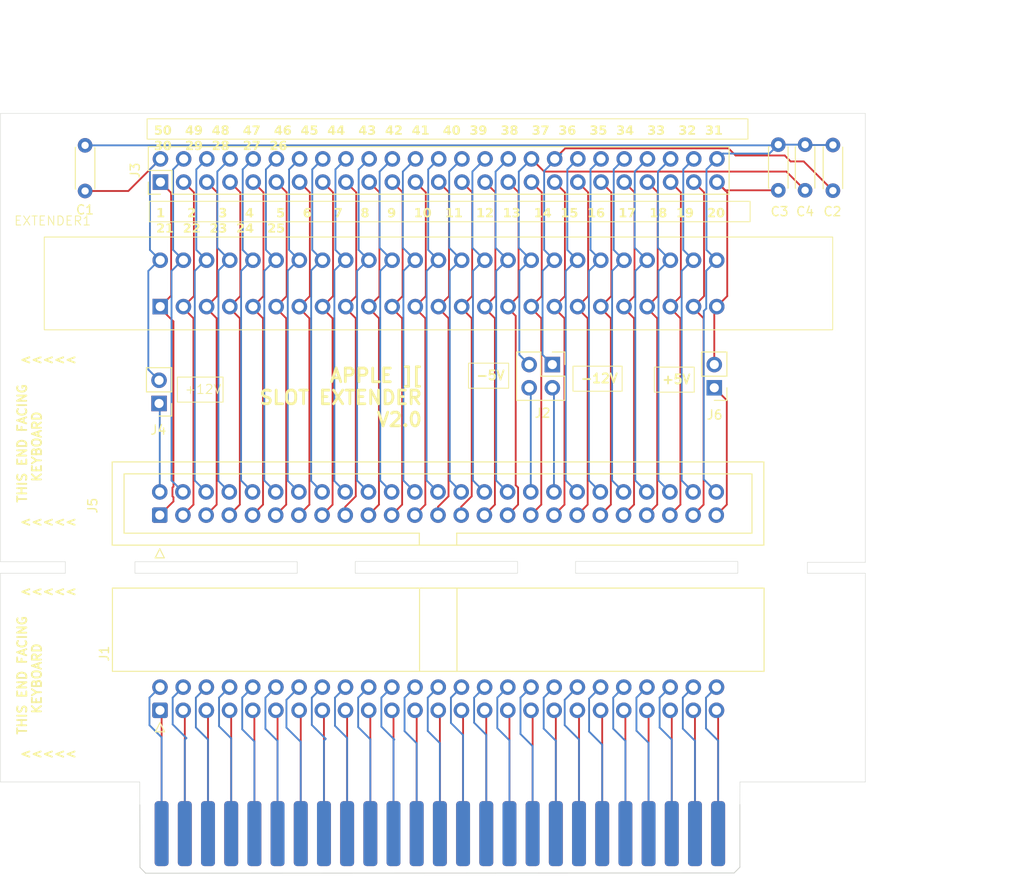
<source format=kicad_pcb>
(kicad_pcb (version 20241229) (generator "pcbnew") (generator_version "9.0")
  (title_block (comment 4 "AISLER Project ID: VNXTMURE"))
  (layers (0 "F.Cu" signal) (2 "B.Cu" signal) (13 "F.Paste" user) (15 "B.Paste" user) (5 "F.SilkS" user "F.Silkscreen") (7 "B.SilkS" user "B.Silkscreen") (1 "F.Mask" user) (3 "B.Mask" user) (25 "Edge.Cuts" user))
  (net 0 "")
  (net 1 "DMA_OUT")
  (net 2 "+12V")
  (net 3 "~{NMI}")
  (net 4 "RDY")
  (net 5 "NC1")
  (net 6 "Q3")
  (net 7 "A6")
  (net 8 "A0")
  (net 9 "D3")
  (net 10 "-12V")
  (net 11 "A14")
  (net 12 "A15")
  (net 13 "A13")
  (net 14 "D4")
  (net 15 "A1")
  (net 16 "~{IRQ}")
  (net 17 "A7")
  (net 18 "A12")
  (net 19 "-5V")
  (net 20 "+5V")
  (net 21 "IO_STROBE")
  (net 22 "PHASE_0")
  (net 23 "A5")
  (net 24 "R{slash}W")
  (net 25 "DMA")
  (net 26 "A10")
  (net 27 "PHASE_1")
  (net 28 "A11")
  (net 29 "A3")
  (net 30 "~{IOSEL}")
  (net 31 "USER_1")
  (net 32 "DMA_IN")
  (net 33 "NC")
  (net 34 "A4")
  (net 35 "D0")
  (net 36 "D1")
  (net 37 "D7")
  (net 38 "INT_IN")
  (net 39 "A9")
  (net 40 "D2")
  (net 41 "~{INH}")
  (net 42 "GND")
  (net 43 "~{DEVICE_SELECT}")
  (net 44 "~{RES}")
  (net 45 "A8")
  (net 46 "D5")
  (net 47 "INT_OUT")
  (net 48 "7M")
  (net 49 "D6")
  (net 50 "A2")
  (net 51 "Net-(J4-Pin_1)")
  (net 52 "Net-(J5-Pin_49)")
  (net 53 "Net-(J2-Pin_2)")
  (net 54 "Net-(J2-Pin_4)")
  (net 55 "E_A3")
  (net 56 "~{E_RES}")
  (net 57 "E_NC")
  (net 58 "E_A14")
  (net 59 "~{E_NMI}")
  (net 60 "E_USER_1")
  (net 61 "E_D5")
  (net 62 "E_RDY")
  (net 63 "E_D7")
  (net 64 "E_INT_OUT")
  (net 65 "E_-5V")
  (net 66 "E_A12")
  (net 67 "E_A0")
  (net 68 "E_A9")
  (net 69 "E_A5")
  (net 70 "~{E_IOSEL}")
  (net 71 "E_DMA_OUT")
  (net 72 "E_A1")
  (net 73 "E_A2")
  (net 74 "E_INT_IN")
  (net 75 "E_-12V")
  (net 76 "E_7M")
  (net 77 "E_D2")
  (net 78 "E_Q3")
  (net 79 "E_D0")
  (net 80 "E_DMA")
  (net 81 "E_A11")
  (net 82 "E_A10")
  (net 83 "E_+5V")
  (net 84 "E_PHASE_1")
  (net 85 "E_IO_STROBE")
  (net 86 "E_A6")
  (net 87 "E_D6")
  (net 88 "~{E_DEVICE_SELECT}")
  (net 89 "E_NC1")
  (net 90 "E_A15")
  (net 91 "E_DMA_IN")
  (net 92 "E_GND")
  (net 93 "E_D4")
  (net 94 "E_D3")
  (net 95 "E_A4")
  (net 96 "~{E_IRQ}")
  (net 97 "E_A13")
  (net 98 "E_D1")
  (net 99 "E_A8")
  (net 100 "E_+12V")
  (net 101 "~{E_INH}")
  (net 102 "E_R{slash}W")
  (net 103 "E_A7")
  (net 104 "E_PHASE_0")
  (footprint "6502_BP_Bus:AppleIIBus_Edge_65.70" (layer "F.Cu") (at 114.682 130.118)
    (property "Reference" "BUS1")
    (property "Value" "6502")
    (fp_line (start -32.85 3.7025) (end -32.8675 -3.1555) (stroke (width 0.1)) (layer "Edge.Cuts"))
    (fp_line (start -32.2325 4.3375) (end -32.85 3.7025) (stroke (width 0.1)) (layer "Edge.Cuts"))
    (fp_line (start 32.2325 4.3075) (end -32.2325 4.3375) (stroke (width 0.1)) (layer "Edge.Cuts"))
    (fp_line (start 32.2325 4.3075) (end 32.8675 3.6725) (stroke (width 0.1)) (layer "Edge.Cuts"))
    (fp_line (start 32.86 -3.179) (end 32.86 3.679) (stroke (width 0.1)) (layer "Edge.Cuts"))
  )
  (footprint "Capacitor_THT:C_Disc_D4.3mm_W1.9mm_P5.00mm" (layer "F.Cu") (at 157.734 54.69 -90)
    (property "Reference" "C2")
    (property "Value" "100nF" (hide yes))
  )
  (footprint "Capacitor_THT:C_Disc_D4.3mm_W1.9mm_P5.00mm" (layer "F.Cu") (at 154.686 54.65 -90)
    (property "Reference" "C3")
    (property "Value" "100nF" (hide yes))
  )
  (footprint "Connector_PinHeader_2.54mm:PinHeader_1x02_P2.54mm_Vertical" (layer "F.Cu") (at 83.92 83 180)
    (property "Reference" "J4")
    (property "Value" "Conn_01x02_Pin")
  )
  (footprint "Connector_IDC:IDC-Header_2x25_P2.54mm_Vertical" (layer "F.Cu") (at 83.9978 95.23 90)
    (property "Reference" "J5")
    (property "Value" "Conn_02x25_Odd_Even")
  )
  (footprint "6502_BP_Bus:BUS_6502_v1" (layer "F.Cu") (at 84.0486 72.39)
    (property "Reference" "EXTENDER1")
    (property "Value" "6502")
  )
  (footprint "Connector_IDC:IDC-Header_2x25_P2.54mm_Horizontal" (layer "F.Cu") (at 84.0232 116.6114 90)
    (property "Reference" "J1")
    (property "Value" "Conn_02x25_Odd_Even")
  )
  (footprint "Connector_PinHeader_2.54mm:PinHeader_1x02_P2.54mm_Vertical" (layer "F.Cu") (at 144.74 81.28 180)
    (property "Reference" "J6")
    (property "Value" "Conn_01x02_Pin")
  )
  (footprint "Capacitor_THT:C_Disc_D4.3mm_W1.9mm_P5.00mm" (layer "F.Cu") (at 75.819 54.7262 -90)
    (property "Reference" "C1")
    (property "Value" "100nF" (hide yes))
  )
  (footprint "6502_BP_Bus:PinSocket_2x25_P2.54mm_Vertical" (layer "F.Cu") (at 84.074 55.3702 90)
    (property "Reference" "J3")
    (property "Value" "Conn_02x25_Odd_Even")
  )
  (footprint "Connector_PinHeader_2.54mm:PinHeader_2x02_P2.54mm_Vertical" (layer "F.Cu") (at 127 78.74 -90)
    (property "Reference" "J2")
    (property "Value" "Conn_02x02_Odd_Even")
  )
  (footprint "Capacitor_THT:C_Disc_D4.3mm_W1.9mm_P5.00mm" (layer "F.Cu") (at 151.75 54.65 -90)
    (property "Reference" "C4")
    (property "Value" "100nF" (hide yes))
  )
  (gr_rect (start 105.41 100.3046) (end 123.19 101.6) (stroke (width 0.05)) (fill no) (layer "Edge.Cuts"))
  (gr_rect (start 81.28 100.33) (end 99.06 101.6) (stroke (width 0.05)) (fill no) (layer "Edge.Cuts"))
  (gr_line (start 81.811003 126.9625) (end 81.803932 124.459933) (stroke (width 0.05)) (layer "Edge.Cuts"))
  (gr_line (start 154.94 101.6) (end 161.29 101.6) (stroke (width 0.05)) (layer "Edge.Cuts"))
  (gr_line (start 73.66 101.6) (end 73.66 100.33) (stroke (width 0.05)) (layer "Edge.Cuts"))
  (gr_line (start 147.551412 124.46) (end 161.29 124.46) (stroke (width 0.05)) (layer "Edge.Cuts"))
  (gr_rect (start 129.54 100.3046) (end 147.32 101.6) (stroke (width 0.05)) (fill no) (layer "Edge.Cuts"))
  (gr_line (start 66.548 51.2318) (end 161.29 51.2318) (stroke (width 0.05)) (layer "Edge.Cuts"))
  (gr_line (start 66.548 124.46) (end 66.548 101.6) (stroke (width 0.05)) (layer "Edge.Cuts"))
  (gr_line (start 161.29 51.2318) (end 161.29 100.4062) (stroke (width 0.05)) (layer "Edge.Cuts"))
  (gr_line (start 161.292 101.6) (end 161.29 124.46) (stroke (width 0.05)) (layer "Edge.Cuts"))
  (gr_line (start 73.66 100.33) (end 66.548 100.33) (stroke (width 0.05)) (layer "Edge.Cuts"))
  (gr_line (start 147.542 126.939) (end 147.551412 124.46) (stroke (width 0.05)) (layer "Edge.Cuts"))
  (gr_line (start 66.548 100.33) (end 66.548 51.2318) (stroke (width 0.05)) (layer "Edge.Cuts"))
  (gr_line (start 66.548 101.6) (end 73.66 101.6) (stroke (width 0.05)) (layer "Edge.Cuts"))
  (gr_line (start 161.29 100.4062) (end 154.94 100.4062) (stroke (width 0.05)) (layer "Edge.Cuts"))
  (gr_line (start 81.803932 124.459933) (end 66.548 124.46) (stroke (width 0.05)) (layer "Edge.Cuts"))
  (gr_line (start 154.94 100.4062) (end 154.94 101.6) (stroke (width 0.05)) (layer "Edge.Cuts"))
  (gr_text "<<<<<" (at 68.58 96.52 0) (layer "F.SilkS") (effects (font (size 1 1) (thickness 0.2) (bold yes)) (justify left bottom)))
  (gr_text "<<<<<" (at 68.58 104.14 0) (layer "F.SilkS") (effects (font (size 1 1) (thickness 0.2) (bold yes)) (justify left bottom)))
  (gr_text "THIS END FACING\n   KEYBOARD" (at 71.12 93.98 90) (layer "F.SilkS") (effects (font (size 1 1) (thickness 0.2) (bold yes)) (justify left bottom)))
  (gr_text "THIS END FACING\n   KEYBOARD" (at 71.12 119.38 90) (layer "F.SilkS") (effects (font (size 1 1) (thickness 0.2) (bold yes)) (justify left bottom)))
  (gr_text "<<<<<" (at 68.58 121.92 0) (layer "F.SilkS") (effects (font (size 1 1) (thickness 0.2) (bold yes)) (justify left bottom)))
  (gr_text "<<<<<" (at 68.58 78.74 0) (layer "F.SilkS") (effects (font (size 1 1) (thickness 0.2) (bold yes)) (justify left bottom)))
  (gr_text "APPLE ][\nSLOT EXTENDER\nV2.0" (at 112.876 79.063 0) (layer "F.SilkS") (effects (font (size 1.5 1.5) (thickness 0.3) (bold yes)) (justify right top)))
  (gr_text_box "50   49  48   47   46  45  44   43  42  41   40  39   38   37  36   35  34   33   32  31  30   29  28   27  26" (start 82.6135 51.816) (end 148.4249 54.0512) (margins 0.8 0.8 0.8 0.8) (layer "F.SilkS") (effects (font (size 1 1) (thickness 0.2) (bold yes)) (justify left top)) (border yes) (stroke (width 0.1)))
  (gr_text_box "1     2     3    4     5    6     7    8    9    10   11   12  13   14  15  16   17   18  19   20   21  22  23  24   25" (start 82.8548 60.8584) (end 148.6662 63.0936) (margins 0.8 0.8 0.8 0.8) (layer "F.SilkS") (effects (font (size 1 1) (thickness 0.2) (bold yes)) (justify left top)) (border yes) (stroke (width 0.1)))
  (gr_text_box "+5V" (start 138.176 79.0194) (end 142.5448 81.7626) (margins 0.8 0.8 0.8 0.8) (layer "F.SilkS") (effects (font (size 1 1) (thickness 0.2) (bold yes)) (justify left top)) (border yes) (stroke (width 0.1)))
  (gr_text_box "-12V" (start 129.2606 78.9178) (end 134.6454 81.661) (margins 0.8 0.8 0.8 0.8) (layer "F.SilkS") (effects (font (size 1 1) (thickness 0.2) (bold yes)) (justify left top)) (border yes) (stroke (width 0.1)))
  (gr_text_box "+12V" (start 85.9282 80.1116) (end 90.932 82.8548) (margins 0.8 0.8 0.8 0.8) (layer "F.SilkS") (effects (font (size 1 1) (thickness 0.1)) (justify left top)) (border yes) (stroke (width 0.1)))
  (gr_text_box "-5V" (start 117.8179 78.5876) (end 122.2121 81.3308) (margins 0.8 0.8 0.8 0.8) (layer "F.SilkS") (effects (font (size 1 1) (thickness 0.2) (bold yes)) (justify left top)) (border yes) (stroke (width 0.1)))
  (segment (start 142.622 130.118) (end 142.622 116.7902) (width 0.2) (layer "F.Cu") (net 1))
  (segment (start 142.622 116.7902) (end 142.4432 116.6114) (width 0.2) (layer "F.Cu") (net 1))
  (segment (start 84.202 130.118) (end 84.202 119.574) (width 0.2) (layer "B.Cu") (net 2))
  (segment (start 84.202 119.574) (end 82.8722 118.2442) (width 0.2) (layer "B.Cu") (net 2))
  (segment (start 82.8722 118.2442) (end 82.8722 115.2224) (width 0.2) (layer "B.Cu") (net 2))
  (segment (start 82.8722 115.2224) (end 84.0232 114.0714) (width 0.2) (layer "B.Cu") (net 2))
  (segment (start 137.542 120.174) (end 136.2122 118.8442) (width 0.2) (layer "B.Cu") (net 3))
  (segment (start 136.2122 118.8442) (end 136.2122 115.2224) (width 0.2) (layer "B.Cu") (net 3))
  (segment (start 137.542 130.118) (end 137.542 120.174) (width 0.2) (layer "B.Cu") (net 3))
  (segment (start 136.2122 115.2224) (end 137.3632 114.0714) (width 0.2) (layer "B.Cu") (net 3))
  (segment (start 135.002 116.7902) (end 134.8232 116.6114) (width 0.2) (layer "F.Cu") (net 4))
  (segment (start 135.002 130.118) (end 135.002 116.7902) (width 0.2) (layer "F.Cu") (net 4))
  (segment (start 122.302 119.901) (end 120.9722 118.5712) (width 0.2) (layer "B.Cu") (net 5))
  (segment (start 120.9722 118.5712) (end 120.9722 115.2224) (width 0.2) (layer "B.Cu") (net 5))
  (segment (start 122.302 130.118) (end 122.302 119.901) (width 0.2) (layer "B.Cu") (net 5))
  (segment (start 120.9722 115.2224) (end 122.1232 114.0714) (width 0.2) (layer "B.Cu") (net 5))
  (segment (start 117.222 119.327) (end 115.8922 117.9972) (width 0.2) (layer "B.Cu") (net 6))
  (segment (start 115.8922 115.2224) (end 117.0432 114.0714) (width 0.2) (layer "B.Cu") (net 6))
  (segment (start 117.222 130.118) (end 117.222 119.327) (width 0.2) (layer "B.Cu") (net 6))
  (segment (start 115.8922 117.9972) (end 115.8922 115.2224) (width 0.2) (layer "B.Cu") (net 6))
  (segment (start 101.982 130.118) (end 101.982 116.7902) (width 0.2) (layer "F.Cu") (net 7))
  (segment (start 101.982 116.7902) (end 101.8032 116.6114) (width 0.2) (layer "F.Cu") (net 7))
  (segment (start 86.742 116.7902) (end 86.5632 116.6114) (width 0.2) (layer "F.Cu") (net 8))
  (segment (start 86.742 130.118) (end 86.742 116.7902) (width 0.2) (layer "F.Cu") (net 8))
  (segment (start 93.0322 118.6912) (end 93.0322 115.2224) (width 0.2) (layer "B.Cu") (net 9))
  (segment (start 93.0322 115.2224) (end 94.1832 114.0714) (width 0.2) (layer "B.Cu") (net 9))
  (segment (start 94.362 120.021) (end 93.0322 118.6912) (width 0.2) (layer "B.Cu") (net 9))
  (segment (start 94.362 130.118) (end 94.362 120.021) (width 0.2) (layer "B.Cu") (net 9))
  (segment (start 126.0522 118.6142) (end 126.0522 115.2224) (width 0.2) (layer "B.Cu") (net 10))
  (segment (start 127.382 119.944) (end 126.0522 118.6142) (width 0.2) (layer "B.Cu") (net 10))
  (segment (start 126.0522 115.2224) (end 127.2032 114.0714) (width 0.2) (layer "B.Cu") (net 10))
  (segment (start 127.382 130.118) (end 127.382 119.944) (width 0.2) (layer "B.Cu") (net 10))
  (segment (start 122.302 116.7902) (end 122.1232 116.6114) (width 0.2) (layer "F.Cu") (net 11))
  (segment (start 122.302 130.118) (end 122.302 116.7902) (width 0.2) (layer "F.Cu") (net 11))
  (segment (start 124.842 130.118) (end 124.842 116.7902) (width 0.2) (layer "F.Cu") (net 12))
  (segment (start 124.842 116.7902) (end 124.6632 116.6114) (width 0.2) (layer "F.Cu") (net 12))
  (segment (start 119.762 116.7902) (end 119.5832 116.6114) (width 0.2) (layer "F.Cu") (net 13))
  (segment (start 119.762 130.118) (end 119.762 116.7902) (width 0.2) (layer "F.Cu") (net 13))
  (segment (start 95.5722 115.2224) (end 96.7232 114.0714) (width 0.2) (layer "B.Cu") (net 14))
  (segment (start 96.902 119.966) (end 95.5722 118.6362) (width 0.2) (layer "B.Cu") (net 14))
  (segment (start 95.5722 118.6362) (end 95.5722 115.2224) (width 0.2) (layer "B.Cu") (net 14))
  (segment (start 96.902 130.118) (end 96.902 119.966) (width 0.2) (layer "B.Cu") (net 14))
  (segment (start 89.282 130.118) (end 89.282 116.7902) (width 0.2) (layer "F.Cu") (net 15))
  (segment (start 89.282 116.7902) (end 89.1032 116.6114) (width 0.2) (layer "F.Cu") (net 15))
  (segment (start 135.002 130.118) (end 135.002 119.958) (width 0.2) (layer "B.Cu") (net 16))
  (segment (start 133.6722 115.2224) (end 134.8232 114.0714) (width 0.2) (layer "B.Cu") (net 16))
  (segment (start 133.6722 118.6282) (end 133.6722 115.2224) (width 0.2) (layer "B.Cu") (net 16))
  (segment (start 135.002 119.958) (end 133.6722 118.6282) (width 0.2) (layer "B.Cu") (net 16))
  (segment (start 104.522 130.118) (end 104.522 116.7902) (width 0.2) (layer "F.Cu") (net 17))
  (segment (start 104.522 116.7902) (end 104.3432 116.6114) (width 0.2) (layer "F.Cu") (net 17))
  (segment (start 117.222 116.7902) (end 117.0432 116.6114) (width 0.2) (layer "F.Cu") (net 18))
  (segment (start 117.222 130.118) (end 117.222 116.7902) (width 0.2) (layer "F.Cu") (net 18))
  (segment (start 123.5122 115.2224) (end 124.6632 114.0714) (width 0.2) (layer "B.Cu") (net 19))
  (segment (start 124.842 120.539) (end 123.5122 119.2092) (width 0.2) (layer "B.Cu") (net 19))
  (segment (start 124.842 130.118) (end 124.842 120.539) (width 0.2) (layer "B.Cu") (net 19))
  (segment (start 123.5122 119.2092) (end 123.5122 115.2224) (width 0.2) (layer "B.Cu") (net 19))
  (segment (start 145.162 116.7902) (end 144.9832 116.6114) (width 0.2) (layer "F.Cu") (net 20))
  (segment (start 145.162 130.118) (end 145.162 116.7902) (width 0.2) (layer "F.Cu") (net 20))
  (segment (start 132.462 116.7902) (end 132.2832 116.6114) (width 0.2) (layer "F.Cu") (net 21))
  (segment (start 132.462 130.118) (end 132.462 116.7902) (width 0.2) (layer "F.Cu") (net 21))
  (segment (start 108.2722 118.3982) (end 108.2722 115.2224) (width 0.2) (layer "B.Cu") (net 22))
  (segment (start 109.685 119.811) (end 108.2722 118.3982) (width 0.2) (layer "B.Cu") (net 22))
  (segment (start 109.602 119.894) (end 109.685 119.811) (width 0.2) (layer "B.Cu") (net 22))
  (segment (start 109.602 130.118) (end 109.602 119.894) (width 0.2) (layer "B.Cu") (net 22))
  (segment (start 108.2722 115.2224) (end 109.4232 114.0714) (width 0.2) (layer "B.Cu") (net 22))
  (segment (start 99.442 130.118) (end 99.442 116.7902) (width 0.2) (layer "F.Cu") (net 23))
  (segment (start 99.442 116.7902) (end 99.2632 116.6114) (width 0.2) (layer "F.Cu") (net 23))
  (segment (start 127.382 116.7902) (end 127.2032 116.6114) (width 0.2) (layer "F.Cu") (net 24))
  (segment (start 127.382 130.118) (end 127.382 116.7902) (width 0.2) (layer "F.Cu") (net 24))
  (segment (start 137.662 116.9102) (end 137.3632 116.6114) (width 0.2) (layer "F.Cu") (net 25))
  (segment (start 137.662 129.7492) (end 137.2108 130.2004) (width 0.2) (layer "F.Cu") (net 25))
  (segment (start 137.542 130.118) (end 137.542 116.7902) (width 0.2) (layer "F.Cu") (net 25))
  (segment (start 137.542 116.7902) (end 137.3632 116.6114) (width 0.2) (layer "F.Cu") (net 25))
  (segment (start 112.142 130.118) (end 112.142 116.7902) (width 0.2) (layer "F.Cu") (net 26))
  (segment (start 112.142 116.7902) (end 111.9632 116.6114) (width 0.2) (layer "F.Cu") (net 26))
  (segment (start 114.682 120.203) (end 113.3522 118.8732) (width 0.2) (layer "B.Cu") (net 27))
  (segment (start 113.3522 115.2224) (end 114.5032 114.0714) (width 0.2) (layer "B.Cu") (net 27))
  (segment (start 114.682 130.118) (end 114.682 120.203) (width 0.2) (layer "B.Cu") (net 27))
  (segment (start 113.3522 118.8732) (end 113.3522 115.2224) (width 0.2) (layer "B.Cu") (net 27))
  (segment (start 114.682 116.7902) (end 114.5032 116.6114) (width 0.2) (layer "F.Cu") (net 28))
  (segment (start 114.682 130.118) (end 114.682 116.7902) (width 0.2) (layer "F.Cu") (net 28))
  (segment (start 94.362 130.118) (end 94.362 116.7902) (width 0.2) (layer "F.Cu") (net 29))
  (segment (start 94.362 116.7902) (end 94.1832 116.6114) (width 0.2) (layer "F.Cu") (net 29))
  (segment (start 84.202 116.7902) (end 84.0232 116.6114) (width 0.2) (layer "F.Cu") (net 30))
  (segment (start 84.202 130.118) (end 84.202 116.7902) (width 0.2) (layer "F.Cu") (net 30))
  (segment (start 110.8122 115.2224) (end 111.9632 114.0714) (width 0.2) (layer "B.Cu") (net 31))
  (segment (start 112.142 120.224) (end 110.8122 118.8942) (width 0.2) (layer "B.Cu") (net 31))
  (segment (start 110.8122 118.8942) (end 110.8122 115.2224) (width 0.2) (layer "B.Cu") (net 31))
  (segment (start 112.142 130.118) (end 112.142 120.224) (width 0.2) (layer "B.Cu") (net 31))
  (segment (start 142.622 119.95) (end 141.2922 118.6202) (width 0.2) (layer "B.Cu") (net 32))
  (segment (start 142.622 130.118) (end 142.622 119.95) (width 0.2) (layer "B.Cu") (net 32))
  (segment (start 141.2922 115.2224) (end 142.4432 114.0714) (width 0.2) (layer "B.Cu") (net 32))
  (segment (start 141.2922 118.6202) (end 141.2922 115.2224) (width 0.2) (layer "B.Cu") (net 32))
  (segment (start 129.922 116.7902) (end 129.7432 116.6114) (width 0.2) (layer "F.Cu") (net 33))
  (segment (start 129.922 130.118) (end 129.922 116.7902) (width 0.2) (layer "F.Cu") (net 33))
  (segment (start 96.902 130.118) (end 96.902 116.7902) (width 0.2) (layer "F.Cu") (net 34))
  (segment (start 96.902 116.7902) (end 96.7232 116.6114) (width 0.2) (layer "F.Cu") (net 34))
  (segment (start 86.916 119.654) (end 85.4122 118.1502) (width 0.2) (layer "B.Cu") (net 35))
  (segment (start 86.742 130.118) (end 86.742 119.828) (width 0.2) (layer "B.Cu") (net 35))
  (segment (start 85.4122 118.1502) (end 85.4122 115.2224) (width 0.2) (layer "B.Cu") (net 35))
  (segment (start 85.4122 115.2224) (end 86.5632 114.0714) (width 0.2) (layer "B.Cu") (net 35))
  (segment (start 86.742 119.828) (end 86.916 119.654) (width 0.2) (layer "B.Cu") (net 35))
  (segment (start 87.9522 115.2224) (end 89.1032 114.0714) (width 0.2) (layer "B.Cu") (net 36))
  (segment (start 87.9522 118.4882) (end 87.9522 115.2224) (width 0.2) (layer "B.Cu") (net 36))
  (segment (start 89.282 130.118) (end 89.282 119.818) (width 0.2) (layer "B.Cu") (net 36))
  (segment (start 89.282 119.818) (end 87.9522 118.4882) (width 0.2) (layer "B.Cu") (net 36))
  (segment (start 103.1922 115.2224) (end 104.3432 114.0714) (width 0.2) (layer "B.Cu") (net 37))
  (segment (start 104.522 119.643) (end 103.1922 118.3132) (width 0.2) (layer "B.Cu") (net 37))
  (segment (start 104.522 130.118) (end 104.522 119.643) (width 0.2) (layer "B.Cu") (net 37))
  (segment (start 103.1922 118.3132) (end 103.1922 115.2224) (width 0.2) (layer "B.Cu") (net 37))
  (segment (start 138.7522 118.4962) (end 138.7522 115.2224) (width 0.2) (layer "B.Cu") (net 38))
  (segment (start 140.082 130.118) (end 140.082 119.826) (width 0.2) (layer "B.Cu") (net 38))
  (segment (start 138.7522 115.2224) (end 139.9032 114.0714) (width 0.2) (layer "B.Cu") (net 38))
  (segment (start 140.082 119.826) (end 138.7522 118.4962) (width 0.2) (layer "B.Cu") (net 38))
  (segment (start 109.602 130.118) (end 109.602 116.7902) (width 0.2) (layer "F.Cu") (net 39))
  (segment (start 109.602 116.7902) (end 109.4232 116.6114) (width 0.2) (layer "F.Cu") (net 39))
  (segment (start 90.4922 115.2224) (end 91.6432 114.0714) (width 0.2) (layer "B.Cu") (net 40))
  (segment (start 90.4922 118.3532) (end 90.4922 115.2224) (width 0.2) (layer "B.Cu") (net 40))
  (segment (start 91.822 130.118) (end 91.822 119.683) (width 0.2) (layer "B.Cu") (net 40))
  (segment (start 91.822 119.683) (end 90.4922 118.3532) (width 0.2) (layer "B.Cu") (net 40))
  (segment (start 129.922 130.118) (end 129.922 119.807) (width 0.2) (layer "B.Cu") (net 41))
  (segment (start 128.3542 115.4604) (end 129.7432 114.0714) (width 0.2) (layer "B.Cu") (net 41))
  (segment (start 129.922 119.807) (end 128.3542 118.2392) (width 0.2) (layer "B.Cu") (net 41))
  (segment (start 128.3542 118.2392) (end 128.3542 115.4604) (width 0.2) (layer "B.Cu") (net 41))
  (segment (start 145.162 119.932) (end 143.8322 118.6022) (width 0.2) (layer "B.Cu") (net 42))
  (segment (start 143.8322 118.6022) (end 143.8322 115.2224) (width 0.2) (layer "B.Cu") (net 42))
  (segment (start 143.8322 115.2224) (end 144.9832 114.0714) (width 0.2) (layer "B.Cu") (net 42))
  (segment (start 145.162 130.118) (end 145.162 119.932) (width 0.2) (layer "B.Cu") (net 42))
  (segment (start 105.7322 118.4542) (end 105.7322 115.2224) (width 0.2) (layer "B.Cu") (net 43))
  (segment (start 105.7322 115.2224) (end 106.8832 114.0714) (width 0.2) (layer "B.Cu") (net 43))
  (segment (start 107.062 130.118) (end 107.062 119.784) (width 0.2) (layer "B.Cu") (net 43))
  (segment (start 107.062 119.784) (end 105.7322 118.4542) (width 0.2) (layer "B.Cu") (net 43))
  (segment (start 131.027 118.941) (end 131.027 115.3276) (width 0.2) (layer "B.Cu") (net 44))
  (segment (start 131.027 115.3276) (end 132.2832 114.0714) (width 0.2) (layer "B.Cu") (net 44))
  (segment (start 132.462 120.376) (end 131.027 118.941) (width 0.2) (layer "B.Cu") (net 44))
  (segment (start 132.462 130.118) (end 132.462 120.376) (width 0.2) (layer "B.Cu") (net 44))
  (segment (start 107.062 130.118) (end 107.062 116.7902) (width 0.2) (layer "F.Cu") (net 45))
  (segment (start 107.062 116.7902) (end 106.8832 116.6114) (width 0.2) (layer "F.Cu") (net 45))
  (segment (start 99.442 130.118) (end 99.442 120.068) (width 0.2) (layer "B.Cu") (net 46))
  (segment (start 97.8742 115.4604) (end 99.2632 114.0714) (width 0.2) (layer "B.Cu") (net 46))
  (segment (start 99.442 120.068) (end 97.8742 118.5002) (width 0.2) (layer "B.Cu") (net 46))
  (segment (start 97.8742 118.5002) (end 97.8742 115.4604) (width 0.2) (layer "B.Cu") (net 46))
  (segment (start 140.082 130.118) (end 140.082 116.7902) (width 0.2) (layer "F.Cu") (net 47))
  (segment (start 140.082 116.7902) (end 139.9032 116.6114) (width 0.2) (layer "F.Cu") (net 47))
  (segment (start 118.4322 115.2224) (end 119.5832 114.0714) (width 0.2) (layer "B.Cu") (net 48))
  (segment (start 119.762 130.118) (end 119.762 119.297) (width 0.2) (layer "B.Cu") (net 48))
  (segment (start 119.762 119.297) (end 118.4322 117.9672) (width 0.2) (layer "B.Cu") (net 48))
  (segment (start 118.4322 117.9672) (end 118.4322 115.2224) (width 0.2) (layer "B.Cu") (net 48))
  (segment (start 101.982 130.118) (end 101.982 119.924) (width 0.2) (layer "B.Cu") (net 49))
  (segment (start 101.982 119.924) (end 102.174 119.732) (width 0.2) (layer "B.Cu") (net 49))
  (segment (start 100.6522 118.2102) (end 100.6522 115.2224) (width 0.2) (layer "B.Cu") (net 49))
  (segment (start 100.6522 115.2224) (end 101.8032 114.0714) (width 0.2) (layer "B.Cu") (net 49))
  (segment (start 102.174 119.732) (end 100.6522 118.2102) (width 0.2) (layer "B.Cu") (net 49))
  (segment (start 91.822 130.118) (end 91.822 116.7902) (width 0.2) (layer "F.Cu") (net 50))
  (segment (start 91.822 116.7902) (end 91.6432 116.6114) (width 0.2) (layer "F.Cu") (net 50))
  (segment (start 83.9978 83.0778) (end 83.92 83) (width 0.2) (layer "B.Cu") (net 51))
  (segment (start 83.9978 92.69) (end 83.9978 83.0778) (width 0.2) (layer "B.Cu") (net 51))
  (segment (start 146.1078 94.08) (end 146.1078 82.6478) (width 0.2) (layer "F.Cu") (net 52))
  (segment (start 146.1078 82.6478) (end 144.74 81.28) (width 0.2) (layer "F.Cu") (net 52))
  (segment (start 144.9578 95.23) (end 146.1078 94.08) (width 0.2) (layer "F.Cu") (net 52))
  (segment (start 127.1778 92.69) (end 127.1778 81.4578) (width 0.2) (layer "B.Cu") (net 53))
  (segment (start 127.1778 81.4578) (end 127 81.28) (width 0.2) (layer "B.Cu") (net 53))
  (segment (start 124.6378 81.4578) (end 124.46 81.28) (width 0.2) (layer "B.Cu") (net 54))
  (segment (start 124.6378 92.69) (end 124.6378 81.4578) (width 0.2) (layer "B.Cu") (net 54))
  (segment (start 94.2086 72.39) (end 95.3586 71.24) (width 0.2) (layer "F.Cu") (net 55))
  (segment (start 95.3078 73.667) (end 94.0562 72.4154) (width 0.2) (layer "F.Cu") (net 55))
  (segment (start 95.3586 59.8748) (end 94.234 58.7502) (width 0.2) (layer "F.Cu") (net 55))
  (segment (start 95.3078 94.08) (end 95.3078 73.667) (width 0.2) (layer "F.Cu") (net 55))
  (segment (start 94.1578 95.23) (end 95.3078 94.08) (width 0.2) (layer "F.Cu") (net 55))
  (segment (start 95.3586 71.24) (end 95.3586 59.8748) (width 0.2) (layer "F.Cu") (net 55))
  (segment (start 132.2578 92.69) (end 131.0062 91.4384) (width 0.2) (layer "B.Cu") (net 56))
  (segment (start 131.184 57.3602) (end 132.334 56.2102) (width 0.2) (layer "B.Cu") (net 56))
  (segment (start 131.0062 91.4384) (end 131.0062 68.4854) (width 0.2) (layer "B.Cu") (net 56))
  (segment (start 131.0062 68.4854) (end 132.1562 67.3354) (width 0.2) (layer "B.Cu") (net 56))
  (segment (start 131.184 66.1854) (end 131.184 57.3602) (width 0.2) (layer "B.Cu") (net 56))
  (segment (start 132.3086 67.31) (end 131.184 66.1854) (width 0.2) (layer "B.Cu") (net 56))
  (segment (start 130.8678 94.08) (end 130.8678 73.667) (width 0.2) (layer "F.Cu") (net 57))
  (segment (start 130.9186 59.8748) (end 129.794 58.7502) (width 0.2) (layer "F.Cu") (net 57))
  (segment (start 129.7178 95.23) (end 130.8678 94.08) (width 0.2) (layer "F.Cu") (net 57))
  (segment (start 130.8678 73.667) (end 129.6162 72.4154) (width 0.2) (layer "F.Cu") (net 57))
  (segment (start 130.9186 71.24) (end 130.9186 59.8748) (width 0.2) (layer "F.Cu") (net 57))
  (segment (start 129.7686 72.39) (end 130.9186 71.24) (width 0.2) (layer "F.Cu") (net 57))
  (segment (start 122.1486 72.39) (end 123.2986 71.24) (width 0.2) (layer "F.Cu") (net 58))
  (segment (start 123.2478 92.213654) (end 122.9868 91.952654) (width 0.2) (layer "F.Cu") (net 58))
  (segment (start 123.2986 59.8748) (end 122.174 58.7502) (width 0.2) (layer "F.Cu") (net 58))
  (segment (start 122.9868 73.406) (end 121.9962 72.4154) (width 0.2) (layer "F.Cu") (net 58))
  (segment (start 123.2478 94.08) (end 123.2478 92.213654) (width 0.2) (layer "F.Cu") (net 58))
  (segment (start 122.9868 91.952654) (end 122.9868 73.406) (width 0.2) (layer "F.Cu") (net 58))
  (segment (start 123.2986 71.24) (end 123.2986 59.8748) (width 0.2) (layer "F.Cu") (net 58))
  (segment (start 122.0978 95.23) (end 123.2478 94.08) (width 0.2) (layer "F.Cu") (net 58))
  (segment (start 137.3886 67.31) (end 136.024 65.9454) (width 0.2) (layer "B.Cu") (net 59))
  (segment (start 136.0862 68.4854) (end 137.2362 67.3354) (width 0.2) (layer "B.Cu") (net 59))
  (segment (start 136.024 65.9454) (end 136.024 57.6002) (width 0.2) (layer "B.Cu") (net 59))
  (segment (start 136.024 57.6002) (end 137.414 56.2102) (width 0.2) (layer "B.Cu") (net 59))
  (segment (start 136.0862 91.4384) (end 136.0862 68.4854) (width 0.2) (layer "B.Cu") (net 59))
  (segment (start 137.3378 92.69) (end 136.0862 91.4384) (width 0.2) (layer "B.Cu") (net 59))
  (segment (start 111.9378 92.69) (end 110.6862 91.4384) (width 0.2) (layer "B.Cu") (net 60))
  (segment (start 110.6862 91.4384) (end 110.6862 68.4854) (width 0.2) (layer "B.Cu") (net 60))
  (segment (start 110.624 57.6002) (end 112.014 56.2102) (width 0.2) (layer "B.Cu") (net 60))
  (segment (start 111.9886 67.31) (end 110.624 65.9454) (width 0.2) (layer "B.Cu") (net 60))
  (segment (start 110.624 65.9454) (end 110.624 57.6002) (width 0.2) (layer "B.Cu") (net 60))
  (segment (start 110.6862 68.4854) (end 111.8362 67.3354) (width 0.2) (layer "B.Cu") (net 60))
  (segment (start 99.2378 92.69) (end 98.0186 91.4708) (width 0.2) (layer "B.Cu") (net 61))
  (segment (start 98.0186 68.453) (end 99.1362 67.3354) (width 0.2) (layer "B.Cu") (net 61))
  (segment (start 98.164 66.1854) (end 98.164 57.3602) (width 0.2) (layer "B.Cu") (net 61))
  (segment (start 99.2886 67.31) (end 98.164 66.1854) (width 0.2) (layer "B.Cu") (net 61))
  (segment (start 98.164 57.3602) (end 99.314 56.2102) (width 0.2) (layer "B.Cu") (net 61))
  (segment (start 98.0186 91.4708) (end 98.0186 68.453) (width 0.2) (layer "B.Cu") (net 61))
  (segment (start 134.7978 95.23) (end 135.9478 94.08) (width 0.2) (layer "F.Cu") (net 62))
  (segment (start 135.9986 59.8748) (end 134.874 58.7502) (width 0.2) (layer "F.Cu") (net 62))
  (segment (start 135.9986 71.24) (end 135.9986 59.8748) (width 0.2) (layer "F.Cu") (net 62))
  (segment (start 135.9478 94.08) (end 135.9478 73.667) (width 0.2) (layer "F.Cu") (net 62))
  (segment (start 135.9478 73.667) (end 134.6962 72.4154) (width 0.2) (layer "F.Cu") (net 62))
  (segment (start 134.8486 72.39) (end 135.9986 71.24) (width 0.2) (layer "F.Cu") (net 62))
  (segment (start 103.124 68.4276) (end 104.2162 67.3354) (width 0.2) (layer "B.Cu") (net 63))
  (segment (start 103.244 57.3602) (end 104.394 56.2102) (width 0.2) (layer "B.Cu") (net 63))
  (segment (start 104.3178 92.69) (end 103.124 91.4962) (width 0.2) (layer "B.Cu") (net 63))
  (segment (start 104.3686 67.31) (end 103.244 66.1854) (width 0.2) (layer "B.Cu") (net 63))
  (segment (start 103.124 91.4962) (end 103.124 68.4276) (width 0.2) (layer "B.Cu") (net 63))
  (segment (start 103.244 66.1854) (end 103.244 57.3602) (width 0.2) (layer "B.Cu") (net 63))
  (segment (start 139.9286 72.39) (end 141.0786 71.24) (width 0.2) (layer "F.Cu") (net 64))
  (segment (start 141.0278 94.08) (end 141.0278 73.667) (width 0.2) (layer "F.Cu") (net 64))
  (segment (start 139.8778 95.23) (end 141.0278 94.08) (width 0.2) (layer "F.Cu") (net 64))
  (segment (start 141.0278 73.667) (end 139.7762 72.4154) (width 0.2) (layer "F.Cu") (net 64))
  (segment (start 141.0786 71.24) (end 141.0786 59.8748) (width 0.2) (layer "F.Cu") (net 64))
  (segment (start 141.0786 59.8748) (end 139.954 58.7502) (width 0.2) (layer "F.Cu") (net 64))
  (segment (start 126.104 57.6002) (end 124.714 56.2102) (width 0.2) (layer "F.Cu") (net 65))
  (segment (start 154.686 59.65) (end 152.6362 57.6002) (width 0.2) (layer "F.Cu") (net 65))
  (segment (start 152.6362 57.6002) (end 126.104 57.6002) (width 0.2) (layer "F.Cu") (net 65))
  (segment (start 123.324 65.9454) (end 123.324 57.6002) (width 0.2) (layer "B.Cu") (net 65))
  (segment (start 123.3862 77.6662) (end 123.3862 68.4854) (width 0.2) (layer "B.Cu") (net 65))
  (segment (start 124.46 78.74) (end 123.3862 77.6662) (width 0.2) (layer "B.Cu") (net 65))
  (segment (start 123.324 57.6002) (end 124.714 56.2102) (width 0.2) (layer "B.Cu") (net 65))
  (segment (start 123.3862 68.4854) (end 124.5362 67.3354) (width 0.2) (layer "B.Cu") (net 65))
  (segment (start 124.6886 67.31) (end 123.324 65.9454) (width 0.2) (layer "B.Cu") (net 65))
  (segment (start 118.1678 73.667) (end 116.9162 72.4154) (width 0.2) (layer "F.Cu") (net 66))
  (segment (start 117.0686 72.39) (end 118.2186 71.24) (width 0.2) (layer "F.Cu") (net 66))
  (segment (start 118.1678 93.166346) (end 118.1678 73.667) (width 0.2) (layer "F.Cu") (net 66))
  (segment (start 117.0178 94.316346) (end 118.1678 93.166346) (width 0.2) (layer "F.Cu") (net 66))
  (segment (start 117.0178 95.23) (end 117.0178 94.316346) (width 0.2) (layer "F.Cu") (net 66))
  (segment (start 118.2186 59.8748) (end 117.094 58.7502) (width 0.2) (layer "F.Cu") (net 66))
  (segment (start 118.2186 71.24) (end 118.2186 59.8748) (width 0.2) (layer "F.Cu") (net 66))
  (segment (start 87.7386 59.8748) (end 86.614 58.7502) (width 0.2) (layer "F.Cu") (net 67))
  (segment (start 86.5886 72.39) (end 87.7386 71.24) (width 0.2) (layer "F.Cu") (net 67))
  (segment (start 87.6878 73.667) (end 86.4362 72.4154) (width 0.2) (layer "F.Cu") (net 67))
  (segment (start 87.7386 71.24) (end 87.7386 59.8748) (width 0.2) (layer "F.Cu") (net 67))
  (segment (start 86.5378 95.23) (end 87.6878 94.08) (width 0.2) (layer "F.Cu") (net 67))
  (segment (start 87.6878 94.08) (end 87.6878 73.667) (width 0.2) (layer "F.Cu") (net 67))
  (segment (start 110.5478 94.08) (end 110.5478 73.667) (width 0.2) (layer "F.Cu") (net 68))
  (segment (start 110.5478 73.667) (end 109.2962 72.4154) (width 0.2) (layer "F.Cu") (net 68))
  (segment (start 110.5986 71.24) (end 110.5986 59.8748) (width 0.2) (layer "F.Cu") (net 68))
  (segment (start 109.4486 72.39) (end 110.5986 71.24) (width 0.2) (layer "F.Cu") (net 68))
  (segment (start 109.3978 95.23) (end 110.5478 94.08) (width 0.2) (layer "F.Cu") (net 68))
  (segment (start 110.5986 59.8748) (end 109.474 58.7502) (width 0.2) (layer "F.Cu") (net 68))
  (segment (start 100.3878 94.08) (end 100.3878 73.667) (width 0.2) (layer "F.Cu") (net 69))
  (segment (start 100.3878 73.667) (end 99.1362 72.4154) (width 0.2) (layer "F.Cu") (net 69))
  (segment (start 100.4386 71.24) (end 100.4386 59.8748) (width 0.2) (layer "F.Cu") (net 69))
  (segment (start 99.2886 72.39) (end 100.4386 71.24) (width 0.2) (layer "F.Cu") (net 69))
  (segment (start 100.4386 59.8748) (end 99.314 58.7502) (width 0.2) (layer "F.Cu") (net 69))
  (segment (start 99.2378 95.23) (end 100.3878 94.08) (width 0.2) (layer "F.Cu") (net 69))
  (segment (start 84.0486 72.39) (end 85.2424 71.1962) (width 0.2) (layer "F.Cu") (net 70))
  (segment (start 85.4964 93.7314) (end 85.4964 93.274946) (width 0.2) (layer "F.Cu") (net 70))
  (segment (start 85.3878 92.213654) (end 85.4964 92.105054) (width 0.2) (layer "F.Cu") (net 70))
  (segment (start 83.9978 95.23) (end 85.4964 93.7314) (width 0.2) (layer "F.Cu") (net 70))
  (segment (start 85.4964 74.0156) (end 83.8962 72.4154) (width 0.2) (layer "F.Cu") (net 70))
  (segment (start 85.4964 92.105054) (end 85.4964 74.0156) (width 0.2) (layer "F.Cu") (net 70))
  (segment (start 85.2424 71.1962) (end 85.2424 59.9186) (width 0.2) (layer "F.Cu") (net 70))
  (segment (start 85.2424 59.9186) (end 84.074 58.7502) (width 0.2) (layer "F.Cu") (net 70))
  (segment (start 85.4964 93.274946) (end 85.3878 93.166346) (width 0.2) (layer "F.Cu") (net 70))
  (segment (start 85.3878 93.166346) (end 85.3878 92.213654) (width 0.2) (layer "F.Cu") (net 70))
  (segment (start 143.5678 94.08) (end 143.5678 73.667) (width 0.2) (layer "F.Cu") (net 71))
  (segment (start 143.6186 59.8748) (end 142.494 58.7502) (width 0.2) (layer "F.Cu") (net 71))
  (segment (start 142.4686 72.39) (end 143.6186 71.24) (width 0.2) (layer "F.Cu") (net 71))
  (segment (start 143.6186 71.24) (end 143.6186 59.8748) (width 0.2) (layer "F.Cu") (net 71))
  (segment (start 143.5678 73.667) (end 142.3162 72.4154) (width 0.2) (layer "F.Cu") (net 71))
  (segment (start 142.4178 95.23) (end 143.5678 94.08) (width 0.2) (layer "F.Cu") (net 71))
  (segment (start 89.1286 72.39) (end 90.2786 71.24) (width 0.2) (layer "F.Cu") (net 72))
  (segment (start 90.2786 71.24) (end 90.2786 59.8748) (width 0.2) (layer "F.Cu") (net 72))
  (segment (start 89.0778 95.23) (end 90.2278 94.08) (width 0.2) (layer "F.Cu") (net 72))
  (segment (start 90.2786 59.8748) (end 89.154 58.7502) (width 0.2) (layer "F.Cu") (net 72))
  (segment (start 90.2278 73.667) (end 88.9762 72.4154) (width 0.2) (layer "F.Cu") (net 72))
  (segment (start 90.2278 94.08) (end 90.2278 73.667) (width 0.2) (layer "F.Cu") (net 72))
  (segment (start 91.6178 95.23) (end 92.7678 94.08) (width 0.2) (layer "F.Cu") (net 73))
  (segment (start 92.7678 73.667) (end 91.5162 72.4154) (width 0.2) (layer "F.Cu") (net 73))
  (segment (start 92.8186 71.24) (end 92.8186 59.8748) (width 0.2) (layer "F.Cu") (net 73))
  (segment (start 91.6686 72.39) (end 92.8186 71.24) (width 0.2) (layer "F.Cu") (net 73))
  (segment (start 92.8186 59.8748) (end 91.694 58.7502) (width 0.2) (layer "F.Cu") (net 73))
  (segment (start 92.7678 94.08) (end 92.7678 73.667) (width 0.2) (layer "F.Cu") (net 73))
  (segment (start 139.9286 67.31) (end 138.564 65.9454) (width 0.2) (layer "B.Cu") (net 74))
  (segment (start 138.564 57.6002) (end 139.954 56.2102) (width 0.2) (layer "B.Cu") (net 74))
  (segment (start 139.8778 92.69) (end 138.6262 91.4384) (width 0.2) (layer "B.Cu") (net 74))
  (segment (start 138.6262 68.4854) (end 139.7762 67.3354) (width 0.2) (layer "B.Cu") (net 74))
  (segment (start 138.564 65.9454) (end 138.564 57.6002) (width 0.2) (layer "B.Cu") (net 74))
  (segment (start 138.6262 91.4384) (end 138.6262 68.4854) (width 0.2) (layer "B.Cu") (net 74))
  (segment (start 157.734 59.69) (end 154.531 56.487) (width 0.2) (layer "F.Cu") (net 75))
  (segment (start 152.451714 55.837) (end 147.0738 55.837) (width 0.2) (layer "F.Cu") (net 75))
  (segment (start 154.531 56.487) (end 153.543 56.487) (width 0.2) (layer "F.Cu") (net 75))
  (segment (start 153.101714 56.487) (end 152.451714 55.837) (width 0.2) (layer "F.Cu") (net 75))
  (segment (start 153.543 56.487) (end 153.101714 56.487) (width 0.2) (layer "F.Cu") (net 75))
  (segment (start 128.404 55.0602) (end 127.254 56.2102) (width 0.2) (layer "F.Cu") (net 75))
  (segment (start 147.0738 55.837) (end 146.297 55.0602) (width 0.2) (layer "F.Cu") (net 75))
  (segment (start 146.297 55.0602) (end 128.404 55.0602) (width 0.2) (layer "F.Cu") (net 75))
  (segment (start 125.9262 77.6662) (end 125.9262 68.4854) (width 0.2) (layer "B.Cu") (net 75))
  (segment (start 126.104 66.1854) (end 126.104 57.538) (width 0.2) (layer "B.Cu") (net 75))
  (segment (start 127 78.74) (end 125.9262 77.6662) (width 0.2) (layer "B.Cu") (net 75))
  (segment (start 127.2286 67.31) (end 126.104 66.1854) (width 0.2) (layer "B.Cu") (net 75))
  (segment (start 126.104 57.538) (end 127.9906 55.6514) (width 0.2) (layer "B.Cu") (net 75))
  (segment (start 125.9262 68.4854) (end 127.0762 67.3354) (width 0.2) (layer "B.Cu") (net 75))
  (segment (start 119.6086 67.31) (end 118.244 65.9454) (width 0.2) (layer "B.Cu") (net 76))
  (segment (start 119.5578 92.69) (end 118.3062 91.4384) (width 0.2) (layer "B.Cu") (net 76))
  (segment (start 118.244 57.6002) (end 119.634 56.2102) (width 0.2) (layer "B.Cu") (net 76))
  (segment (start 118.3062 68.4854) (end 119.4562 67.3354) (width 0.2) (layer "B.Cu") (net 76))
  (segment (start 118.244 65.9454) (end 118.244 57.6002) (width 0.2) (layer "B.Cu") (net 76))
  (segment (start 118.3062 91.4384) (end 118.3062 68.4854) (width 0.2) (layer "B.Cu") (net 76))
  (segment (start 91.6178 92.69) (end 90.424 91.4962) (width 0.2) (layer "B.Cu") (net 77))
  (segment (start 90.304 65.9454) (end 90.304 57.6002) (width 0.2) (layer "B.Cu") (net 77))
  (segment (start 90.424 68.4276) (end 91.5162 67.3354) (width 0.2) (layer "B.Cu") (net 77))
  (segment (start 90.304 57.6002) (end 91.694 56.2102) (width 0.2) (layer "B.Cu") (net 77))
  (segment (start 90.424 91.4962) (end 90.424 68.4276) (width 0.2) (layer "B.Cu") (net 77))
  (segment (start 91.6686 67.31) (end 90.304 65.9454) (width 0.2) (layer "B.Cu") (net 77))
  (segment (start 115.7662 68.4854) (end 116.9162 67.3354) (width 0.2) (layer "B.Cu") (net 78))
  (segment (start 117.0686 67.31) (end 115.704 65.9454) (width 0.2) (layer "B.Cu") (net 78))
  (segment (start 115.7662 91.4384) (end 115.7662 68.4854) (width 0.2) (layer "B.Cu") (net 78))
  (segment (start 117.0178 92.69) (end 115.7662 91.4384) (width 0.2) (layer "B.Cu") (net 78))
  (segment (start 115.704 65.9454) (end 115.704 57.6002) (width 0.2) (layer "B.Cu") (net 78))
  (segment (start 115.704 57.6002) (end 117.094 56.2102) (width 0.2) (layer "B.Cu") (net 78))
  (segment (start 86.5886 67.31) (end 85.464 66.1854) (width 0.2) (layer "B.Cu") (net 79))
  (segment (start 85.464 66.1854) (end 85.464 57.3602) (width 0.2) (layer "B.Cu") (net 79))
  (segment (start 86.5378 92.69) (end 85.2862 91.4384) (width 0.2) (layer "B.Cu") (net 79))
  (segment (start 85.2862 91.4384) (end 85.2862 68.4854) (width 0.2) (layer "B.Cu") (net 79))
  (segment (start 85.464 57.3602) (end 86.614 56.2102) (width 0.2) (layer "B.Cu") (net 79))
  (segment (start 85.2862 68.4854) (end 86.4362 67.3354) (width 0.2) (layer "B.Cu") (net 79))
  (segment (start 137.3886 72.39) (end 138.5386 71.24) (width 0.2) (layer "F.Cu") (net 80))
  (segment (start 138.4878 94.08) (end 138.4878 73.667) (width 0.2) (layer "F.Cu") (net 80))
  (segment (start 138.5386 59.8748) (end 137.414 58.7502) (width 0.2) (layer "F.Cu") (net 80))
  (segment (start 138.5386 71.24) (end 138.5386 59.8748) (width 0.2) (layer "F.Cu") (net 80))
  (segment (start 138.4878 73.667) (end 137.2362 72.4154) (width 0.2) (layer "F.Cu") (net 80))
  (segment (start 137.3378 95.23) (end 138.4878 94.08) (width 0.2) (layer "F.Cu") (net 80))
  (segment (start 115.6278 73.667) (end 114.3762 72.4154) (width 0.2) (layer "F.Cu") (net 81))
  (segment (start 114.4778 94.316346) (end 115.6278 93.166346) (width 0.2) (layer "F.Cu") (net 81))
  (segment (start 115.6786 71.24) (end 115.6786 59.8748) (width 0.2) (layer "F.Cu") (net 81))
  (segment (start 114.5286 72.39) (end 115.6786 71.24) (width 0.2) (layer "F.Cu") (net 81))
  (segment (start 114.4778 95.23) (end 114.4778 94.316346) (width 0.2) (layer "F.Cu") (net 81))
  (segment (start 115.6786 59.8748) (end 114.554 58.7502) (width 0.2) (layer "F.Cu") (net 81))
  (segment (start 115.6278 93.166346) (end 115.6278 73.667) (width 0.2) (layer "F.Cu") (net 81))
  (segment (start 111.9378 95.23) (end 113.0878 94.08) (width 0.2) (layer "F.Cu") (net 82))
  (segment (start 111.9886 72.39) (end 113.1386 71.24) (width 0.2) (layer "F.Cu") (net 82))
  (segment (start 113.1386 59.8748) (end 112.014 58.7502) (width 0.2) (layer "F.Cu") (net 82))
  (segment (start 113.0878 73.667) (end 111.8362 72.4154) (width 0.2) (layer "F.Cu") (net 82))
  (segment (start 113.1386 71.24) (end 113.1386 59.8748) (width 0.2) (layer "F.Cu") (net 82))
  (segment (start 113.0878 94.08) (end 113.0878 73.667) (width 0.2) (layer "F.Cu") (net 82))
  (segment (start 145.0086 72.39) (end 146.1586 71.24) (width 0.2) (layer "F.Cu") (net 83))
  (segment (start 146.1586 59.8748) (end 145.034 58.7502) (width 0.2) (layer "F.Cu") (net 83))
  (segment (start 145.9338 59.65) (end 151.75 59.65) (width 0.2) (layer "F.Cu") (net 83))
  (segment (start 145.034 58.7502) (end 145.9338 59.65) (width 0.2) (layer "F.Cu") (net 83))
  (segment (start 144.74 72.5316) (end 144.8562 72.4154) (width 0.2) (layer "F.Cu") (net 83))
  (segment (start 144.74 78.74) (end 144.74 72.5316) (width 0.2) (layer "F.Cu") (net 83))
  (segment (start 146.0208 59.737) (end 145.034 58.7502) (width 0.2) (layer "F.Cu") (net 83))
  (segment (start 146.1586 71.24) (end 146.1586 59.8748) (width 0.2) (layer "F.Cu") (net 83))
  (segment (start 113.2262 68.4854) (end 114.3762 67.3354) (width 0.2) (layer "B.Cu") (net 84))
  (segment (start 113.404 57.3602) (end 114.554 56.2102) (width 0.2) (layer "B.Cu") (net 84))
  (segment (start 113.404 66.1854) (end 113.404 57.3602) (width 0.2) (layer "B.Cu") (net 84))
  (segment (start 114.4778 92.69) (end 113.2262 91.4384) (width 0.2) (layer "B.Cu") (net 84))
  (segment (start 113.2262 91.4384) (end 113.2262 68.4854) (width 0.2) (layer "B.Cu") (net 84))
  (segment (start 114.5286 67.31) (end 113.404 66.1854) (width 0.2) (layer "B.Cu") (net 84))
  (segment (start 133.4078 73.667) (end 132.1562 72.4154) (width 0.2) (layer "F.Cu") (net 85))
  (segment (start 132.2578 95.23) (end 133.4078 94.08) (width 0.2) (layer "F.Cu") (net 85))
  (segment (start 133.4586 71.24) (end 133.4586 59.8748) (width 0.2) (layer "F.Cu") (net 85))
  (segment (start 133.4078 94.08) (end 133.4078 73.667) (width 0.2) (layer "F.Cu") (net 85))
  (segment (start 133.4586 59.8748) (end 132.334 58.7502) (width 0.2) (layer "F.Cu") (net 85))
  (segment (start 132.3086 72.39) (end 133.4586 71.24) (width 0.2) (layer "F.Cu") (net 85))
  (segment (start 102.9786 71.24) (end 102.9786 59.8748) (width 0.2) (layer "F.Cu") (net 86))
  (segment (start 102.9786 59.8748) (end 101.854 58.7502) (width 0.2) (layer "F.Cu") (net 86))
  (segment (start 102.9278 73.667) (end 101.6762 72.4154) (width 0.2) (layer "F.Cu") (net 86))
  (segment (start 101.7778 95.23) (end 102.9278 94.08) (width 0.2) (layer "F.Cu") (net 86))
  (segment (start 102.9278 94.08) (end 102.9278 73.667) (width 0.2) (layer "F.Cu") (net 86))
  (segment (start 101.8286 72.39) (end 102.9786 71.24) (width 0.2) (layer "F.Cu") (net 86))
  (segment (start 101.8286 67.31) (end 100.704 66.1854) (width 0.2) (layer "B.Cu") (net 87))
  (segment (start 100.704 66.1854) (end 100.704 57.3602) (width 0.2) (layer "B.Cu") (net 87))
  (segment (start 101.7778 92.69) (end 100.584 91.4962) (width 0.2) (layer "B.Cu") (net 87))
  (segment (start 100.584 91.4962) (end 100.584 68.4276) (width 0.2) (layer "B.Cu") (net 87))
  (segment (start 100.704 57.3602) (end 101.854 56.2102) (width 0.2) (layer "B.Cu") (net 87))
  (segment (start 100.584 68.4276) (end 101.6762 67.3354) (width 0.2) (layer "B.Cu") (net 87))
  (segment (start 105.6062 68.4854) (end 106.7562 67.3354) (width 0.2) (layer "B.Cu") (net 88))
  (segment (start 105.6062 91.4384) (end 105.6062 68.4854) (width 0.2) (layer "B.Cu") (net 88))
  (segment (start 105.784 57.3602) (end 106.934 56.2102) (width 0.2) (layer "B.Cu") (net 88))
  (segment (start 106.8578 92.69) (end 105.6062 91.4384) (width 0.2) (layer "B.Cu") (net 88))
  (segment (start 105.784 66.1854) (end 105.784 57.3602) (width 0.2) (layer "B.Cu") (net 88))
  (segment (start 106.9086 67.31) (end 105.784 66.1854) (width 0.2) (layer "B.Cu") (net 88))
  (segment (start 120.8462 91.4384) (end 120.8462 68.4854) (width 0.2) (layer "B.Cu") (net 89))
  (segment (start 122.1486 67.31) (end 120.784 65.9454) (width 0.2) (layer "B.Cu") (net 89))
  (segment (start 120.784 65.9454) (end 120.784 57.6002) (width 0.2) (layer "B.Cu") (net 89))
  (segment (start 120.8462 68.4854) (end 121.9962 67.3354) (width 0.2) (layer "B.Cu") (net 89))
  (segment (start 120.784 57.6002) (end 122.174 56.2102) (width 0.2) (layer "B.Cu") (net 89))
  (segment (start 122.0978 92.69) (end 120.8462 91.4384) (width 0.2) (layer "B.Cu") (net 89))
  (segment (start 125.7878 73.667) (end 124.5362 72.4154) (width 0.2) (layer "F.Cu") (net 90))
  (segment (start 125.8386 71.24) (end 125.8386 59.8748) (width 0.2) (layer "F.Cu") (net 90))
  (segment (start 125.7878 94.08) (end 125.7878 73.667) (width 0.2) (layer "F.Cu") (net 90))
  (segment (start 125.8386 59.8748) (end 124.714 58.7502) (width 0.2) (layer "F.Cu") (net 90))
  (segment (start 124.6886 72.39) (end 125.8386 71.24) (width 0.2) (layer "F.Cu") (net 90))
  (segment (start 124.6378 95.23) (end 125.7878 94.08) (width 0.2) (layer "F.Cu") (net 90))
  (segment (start 142.4686 67.31) (end 141.344 66.1854) (width 0.2) (layer "B.Cu") (net 91))
  (segment (start 141.344 57.3602) (end 142.494 56.2102) (width 0.2) (layer "B.Cu") (net 91))
  (segment (start 141.344 66.1854) (end 141.344 57.3602) (width 0.2) (layer "B.Cu") (net 91))
  (segment (start 141.1662 68.4854) (end 142.3162 67.3354) (width 0.2) (layer "B.Cu") (net 91))
  (segment (start 142.4178 92.69) (end 141.1662 91.4384) (width 0.2) (layer "B.Cu") (net 91))
  (segment (start 141.1662 91.4384) (end 141.1662 68.4854) (width 0.2) (layer "B.Cu") (net 91))
  (segment (start 151.9174 54.737) (end 151.9974 54.817) (width 0.2) (layer "F.Cu") (net 92))
  (segment (start 154.726 54.69) (end 154.686 54.65) (width 0.2) (layer "B.Cu") (net 92))
  (segment (start 143.59 72.8688) (end 143.8586 72.6002) (width 0.2) (layer "B.Cu") (net 92))
  (segment (start 143.59 91.3222) (end 143.59 72.8688) (width 0.2) (layer "B.Cu") (net 92))
  (segment (start 75.819 54.7262) (end 151.7758 54.7262) (width 0.2) (layer "B.Cu") (net 92))
  (segment (start 144.9578 92.69) (end 143.59 91.3222) (width 0.2) (layer "B.Cu") (net 92))
  (segment (start 143.884 57.3602) (end 145.034 56.2102) (width 0.2) (layer "B.Cu") (net 92))
  (segment (start 143.8586 68.46) (end 145.0086 67.31) (width 0.2) (layer "B.Cu") (net 92))
  (segment (start 154.686 54.65) (end 151.75 54.65) (width 0.2) (layer "B.Cu") (net 92))
  (segment (start 145.6944 55.626) (end 150.774 55.626) (width 0.2) (layer "B.Cu") (net 92))
  (segment (start 150.774 55.626) (end 151.75 54.65) (width 0.2) (layer "B.Cu") (net 92))
  (segment (start 143.8586 72.6002) (end 143.8586 68.46) (width 0.2) (layer "B.Cu") (net 92))
  (segment (start 145.1102 56.2102) (end 145.6944 55.626) (width 0.2) (layer "B.Cu") (net 92))
  (segment (start 157.734 54.69) (end 154.726 54.69) (width 0.2) (layer "B.Cu") (net 92))
  (segment (start 145.034 56.2102) (end 145.1102 56.2102) (width 0.2) (layer "B.Cu") (net 92))
  (segment (start 143.884 66.1854) (end 143.884 57.3602) (width 0.2) (layer "B.Cu") (net 92))
  (segment (start 145.0086 67.31) (end 143.884 66.1854) (width 0.2) (layer "B.Cu") (net 92))
  (segment (start 95.624 66.1854) (end 95.624 57.3602) (width 0.2) (layer "B.Cu") (net 93))
  (segment (start 96.6978 92.69) (end 95.4462 91.4384) (width 0.2) (layer "B.Cu") (net 93))
  (segment (start 95.4462 68.4854) (end 96.5962 67.3354) (width 0.2) (layer "B.Cu") (net 93))
  (segment (start 96.7486 67.31) (end 95.624 66.1854) (width 0.2) (layer "B.Cu") (net 93))
  (segment (start 95.624 57.3602) (end 96.774 56.2102) (width 0.2) (layer "B.Cu") (net 93))
  (segment (start 95.4462 91.4384) (end 95.4462 68.4854) (width 0.2) (layer "B.Cu") (net 93))
  (segment (start 94.2086 67.31) (end 93.084 66.1854) (width 0.2) (layer "B.Cu") (net 94))
  (segment (start 93.084 66.1854) (end 93.084 57.3602) (width 0.2) (layer "B.Cu") (net 94))
  (segment (start 93.084 57.3602) (end 94.234 56.2102) (width 0.2) (layer "B.Cu") (net 94))
  (segment (start 92.9062 91.4384) (end 92.9062 68.4854) (width 0.2) (layer "B.Cu") (net 94))
  (segment (start 92.9062 68.4854) (end 94.0562 67.3354) (width 0.2) (layer "B.Cu") (net 94))
  (segment (start 94.1578 92.69) (end 92.9062 91.4384) (width 0.2) (layer "B.Cu") (net 94))
  (segment (start 96.6978 95.23) (end 97.8478 94.08) (width 0.2) (layer "F.Cu") (net 95))
  (segment (start 97.8478 73.667) (end 96.5962 72.4154) (width 0.2) (layer "F.Cu") (net 95))
  (segment (start 97.8986 59.8748) (end 96.774 58.7502) (width 0.2) (layer "F.Cu") (net 95))
  (segment (start 96.7486 72.39) (end 97.8986 71.24) (width 0.2) (layer "F.Cu") (net 95))
  (segment (start 97.8986 71.24) (end 97.8986 59.8748) (width 0.2) (layer "F.Cu") (net 95))
  (segment (start 97.8478 94.08) (end 97.8478 73.667) (width 0.2) (layer "F.Cu") (net 95))
  (segment (start 134.7978 92.69) (end 133.5462 91.4384) (width 0.2) (layer "B.Cu") (net 96))
  (segment (start 133.724 66.1854) (end 133.724 57.3602) (width 0.2) (layer "B.Cu") (net 96))
  (segment (start 134.8486 67.31) (end 133.724 66.1854) (width 0.2) (layer "B.Cu") (net 96))
  (segment (start 133.5462 68.4854) (end 134.6962 67.3354) (width 0.2) (layer "B.Cu") (net 96))
  (segment (start 133.5462 91.4384) (end 133.5462 68.4854) (width 0.2) (layer "B.Cu") (net 96))
  (segment (start 133.724 57.3602) (end 134.874 56.2102) (width 0.2) (layer "B.Cu") (net 96))
  (segment (start 120.7586 71.24) (end 120.7586 59.8748) (width 0.2) (layer "F.Cu") (net 97))
  (segment (start 120.7078 94.08) (end 120.7078 73.667) (width 0.2) (layer "F.Cu") (net 97))
  (segment (start 120.7078 73.667) (end 119.4562 72.4154) (width 0.2) (layer "F.Cu") (net 97))
  (segment (start 119.5578 95.23) (end 120.7078 94.08) (width 0.2) (layer "F.Cu") (net 97))
  (segment (start 119.6086 72.39) (end 120.7586 71.24) (width 0.2) (layer "F.Cu") (net 97))
  (segment (start 120.7586 59.8748) (end 119.634 58.7502) (width 0.2) (layer "F.Cu") (net 97))
  (segment (start 89.1286 67.31) (end 88.004 66.1854) (width 0.2) (layer "B.Cu") (net 98))
  (segment (start 88.004 57.3602) (end 89.154 56.2102) (width 0.2) (layer "B.Cu") (net 98))
  (segment (start 87.8332 68.4784) (end 88.9762 67.3354) (width 0.2) (layer "B.Cu") (net 98))
  (segment (start 88.004 66.1854) (end 88.004 57.3602) (width 0.2) (layer "B.Cu") (net 98))
  (segment (start 87.8332 91.4454) (end 87.8332 68.4784) (width 0.2) (layer "B.Cu") (net 98))
  (segment (start 89.0778 92.69) (end 87.8332 91.4454) (width 0.2) (layer "B.Cu") (net 98))
  (segment (start 106.9086 72.39) (end 108.0586 71.24) (width 0.2) (layer "F.Cu") (net 99))
  (segment (start 108.0586 59.8748) (end 106.934 58.7502) (width 0.2) (layer "F.Cu") (net 99))
  (segment (start 108.0078 73.667) (end 106.7562 72.4154) (width 0.2) (layer "F.Cu") (net 99))
  (segment (start 108.0586 71.24) (end 108.0586 59.8748) (width 0.2) (layer "F.Cu") (net 99))
  (segment (start 106.8578 95.23) (end 108.0078 94.08) (width 0.2) (layer "F.Cu") (net 99))
  (segment (start 108.0078 94.08) (end 108.0078 73.667) (width 0.2) (layer "F.Cu") (net 99))
  (segment (start 75.819 59.7262) (end 80.558 59.7262) (width 0.2) (layer "F.Cu") (net 100))
  (segment (start 80.558 59.7262) (end 84.074 56.2102) (width 0.2) (layer "F.Cu") (net 100))
  (segment (start 82.7462 79.2862) (end 82.7462 68.4854) (width 0.2) (layer "B.Cu") (net 100))
  (segment (start 84.0232 67.31) (end 83.9216 67.2084) (width 0.2) (layer "B.Cu") (net 100))
  (segment (start 83.92 80.46) (end 82.7462 79.2862) (width 0.2) (layer "B.Cu") (net 100))
  (segment (start 84.0486 67.31) (end 84.0232 67.31) (width 0.2) (layer "B.Cu") (net 100))
  (segment (start 84.0486 67.31) (end 82.924 66.1854) (width 0.2) (layer "B.Cu") (net 100))
  (segment (start 82.924 57.3602) (end 84.074 56.2102) (width 0.2) (layer "B.Cu") (net 100))
  (segment (start 82.7462 68.4854) (end 83.8962 67.3354) (width 0.2) (layer "B.Cu") (net 100))
  (segment (start 82.924 66.1854) (end 82.924 57.3602) (width 0.2) (layer "B.Cu") (net 100))
  (segment (start 128.644 66.1854) (end 128.644 57.3602) (width 0.2) (layer "B.Cu") (net 101))
  (segment (start 129.7686 67.31) (end 128.644 66.1854) (width 0.2) (layer "B.Cu") (net 101))
  (segment (start 128.4662 68.4854) (end 129.6162 67.3354) (width 0.2) (layer "B.Cu") (net 101))
  (segment (start 128.644 57.3602) (end 129.794 56.2102) (width 0.2) (layer "B.Cu") (net 101))
  (segment (start 129.7178 92.69) (end 128.4662 91.4384) (width 0.2) (layer "B.Cu") (net 101))
  (segment (start 128.4662 91.4384) (end 128.4662 68.4854) (width 0.2) (layer "B.Cu") (net 101))
  (segment (start 128.3786 59.8748) (end 127.254 58.7502) (width 0.2) (layer "F.Cu") (net 102))
  (segment (start 128.3278 73.667) (end 127.0762 72.4154) (width 0.2) (layer "F.Cu") (net 102))
  (segment (start 127.2286 72.39) (end 128.3786 71.24) (width 0.2) (layer "F.Cu") (net 102))
  (segment (start 128.3786 71.24) (end 128.3786 59.8748) (width 0.2) (layer "F.Cu") (net 102))
  (segment (start 127.1778 95.23) (end 128.3278 94.08) (width 0.2) (layer "F.Cu") (net 102))
  (segment (start 128.3278 94.08) (end 128.3278 73.667) (width 0.2) (layer "F.Cu") (net 102))
  (segment (start 105.5186 71.24) (end 105.5186 59.8748) (width 0.2) (layer "F.Cu") (net 103))
  (segment (start 104.3686 72.39) (end 105.5186 71.24) (width 0.2) (layer "F.Cu") (net 103))
  (segment (start 105.4678 93.166346) (end 105.4678 73.667) (width 0.2) (layer "F.Cu") (net 103))
  (segment (start 105.5186 59.8748) (end 104.394 58.7502) (width 0.2) (layer "F.Cu") (net 103))
  (segment (start 105.4678 73.667) (end 104.2162 72.4154) (width 0.2) (layer "F.Cu") (net 103))
  (segment (start 104.3178 94.316346) (end 105.4678 93.166346) (width 0.2) (layer "F.Cu") (net 103))
  (segment (start 104.3178 95.23) (end 104.3178 94.316346) (width 0.2) (layer "F.Cu") (net 103))
  (segment (start 108.084 57.6002) (end 109.474 56.2102) (width 0.2) (layer "B.Cu") (net 104))
  (segment (start 109.3978 92.69) (end 108.1462 91.4384) (width 0.2) (layer "B.Cu") (net 104))
  (segment (start 109.4486 67.31) (end 108.084 65.9454) (width 0.2) (layer "B.Cu") (net 104))
  (segment (start 108.1462 91.4384) (end 108.1462 68.4854) (width 0.2) (layer "B.Cu") (net 104))
  (segment (start 108.1462 68.4854) (end 109.2962 67.3354) (width 0.2) (layer "B.Cu") (net 104))
  (segment (start 108.084 65.9454) (end 108.084 57.6002) (width 0.2) (layer "B.Cu") (net 104))
)
</source>
